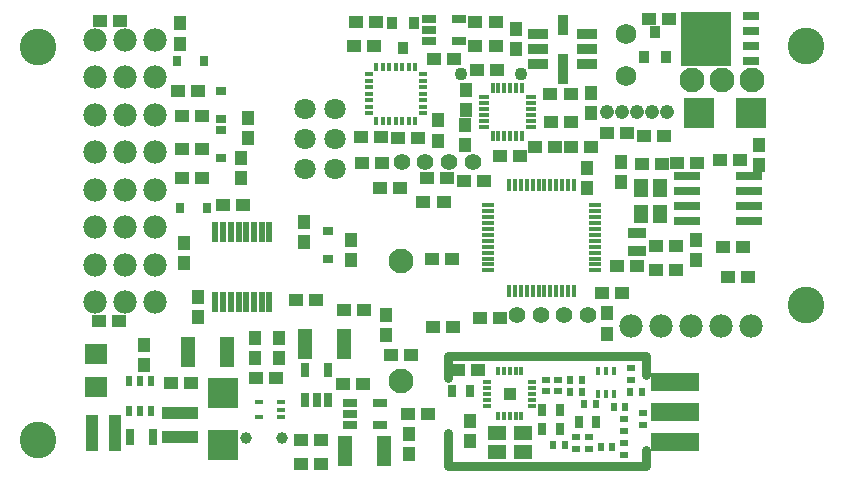
<source format=gts>
G75*
G70*
%OFA0B0*%
%FSLAX24Y24*%
%IPPOS*%
%LPD*%
%AMOC8*
5,1,8,0,0,1.08239X$1,22.5*
%
%ADD10C,0.0295*%
%ADD11R,0.0434X0.0473*%
%ADD12R,0.0473X0.0434*%
%ADD13R,0.0434X0.0434*%
%ADD14R,0.0158X0.0296*%
%ADD15R,0.0296X0.0158*%
%ADD16R,0.0276X0.0394*%
%ADD17R,0.0276X0.0237*%
%ADD18R,0.0237X0.0276*%
%ADD19R,0.1640X0.0640*%
%ADD20R,0.0434X0.1221*%
%ADD21R,0.1221X0.0434*%
%ADD22R,0.0241X0.0355*%
%ADD23R,0.0985X0.0985*%
%ADD24R,0.0434X0.0119*%
%ADD25R,0.0119X0.0434*%
%ADD26R,0.0512X0.0257*%
%ADD27R,0.0257X0.0512*%
%ADD28R,0.0512X0.1024*%
%ADD29R,0.0611X0.0355*%
%ADD30R,0.0367X0.0288*%
%ADD31R,0.0197X0.0670*%
%ADD32C,0.0780*%
%ADD33R,0.0288X0.0367*%
%ADD34R,0.0910X0.0280*%
%ADD35R,0.0158X0.0276*%
%ADD36R,0.0591X0.0512*%
%ADD37R,0.0749X0.0670*%
%ADD38R,0.0512X0.0591*%
%ADD39C,0.0709*%
%ADD40C,0.0555*%
%ADD41C,0.1221*%
%ADD42R,0.0355X0.0394*%
%ADD43R,0.0697X0.0355*%
%ADD44R,0.0355X0.1024*%
%ADD45R,0.0355X0.0697*%
%ADD46R,0.0355X0.0158*%
%ADD47R,0.0158X0.0355*%
%ADD48R,0.0316X0.0178*%
%ADD49R,0.0178X0.0316*%
%ADD50R,0.1694X0.1812*%
%ADD51R,0.0552X0.0316*%
%ADD52C,0.0690*%
%ADD53C,0.0827*%
%ADD54C,0.0476*%
%ADD55C,0.0430*%
%ADD56C,0.0394*%
%ADD57R,0.0316X0.0552*%
%ADD58R,0.0276X0.0158*%
D10*
X015076Y000715D02*
X015076Y001827D01*
X015076Y000715D02*
X021671Y000715D01*
X021671Y001237D01*
X021671Y003756D02*
X021671Y004376D01*
X015076Y004376D01*
X015076Y003658D01*
D11*
X015824Y002221D03*
X015824Y001552D03*
X013797Y001788D03*
X013797Y001119D03*
X013033Y005075D03*
X013033Y005745D03*
X011848Y007595D03*
X011848Y008264D03*
X010293Y008186D03*
X010293Y008855D03*
X008187Y010331D03*
X008187Y011000D03*
X008423Y011650D03*
X008423Y012319D03*
X006159Y014800D03*
X006159Y015469D03*
X006277Y008166D03*
X006277Y007497D03*
X006769Y006355D03*
X006769Y005686D03*
X004958Y004760D03*
X004958Y004091D03*
X008659Y004308D03*
X008659Y004977D03*
X009466Y004977D03*
X009466Y004308D03*
X014742Y011567D03*
X014742Y012237D03*
X015667Y012073D03*
X015687Y012585D03*
X015687Y013254D03*
X017360Y014603D03*
X017360Y015272D03*
X019860Y013146D03*
X019860Y012477D03*
X020864Y010843D03*
X020864Y010174D03*
X019722Y009997D03*
X019722Y010666D03*
X023352Y008260D03*
X023352Y007591D03*
X020391Y005804D03*
X020391Y005134D03*
X025470Y010764D03*
X025470Y011434D03*
X015667Y011404D03*
D12*
X016809Y011040D03*
X017478Y011040D03*
X017990Y011355D03*
X018659Y011355D03*
X019191Y011355D03*
X019860Y011355D03*
X020391Y011808D03*
X021061Y011808D03*
X021612Y011729D03*
X022281Y011729D03*
X022734Y010804D03*
X022222Y010784D03*
X021553Y010784D03*
X023403Y010804D03*
X024141Y010902D03*
X024811Y010902D03*
X024919Y008028D03*
X024250Y008028D03*
X024427Y007004D03*
X025096Y007004D03*
X022694Y007260D03*
X022025Y007260D03*
X021395Y007378D03*
X020726Y007378D03*
X020883Y006473D03*
X020214Y006473D03*
X022025Y008067D03*
X022694Y008067D03*
X019191Y012182D03*
X018521Y012182D03*
X018502Y013126D03*
X019171Y013126D03*
X016710Y013914D03*
X016041Y013914D03*
X016002Y014721D03*
X016671Y014721D03*
X016671Y015528D03*
X016002Y015528D03*
X015293Y014288D03*
X014624Y014288D03*
X012616Y014701D03*
X011946Y014701D03*
X012006Y015508D03*
X012675Y015508D03*
X012852Y011689D03*
X013407Y011650D03*
X014076Y011650D03*
X012891Y010804D03*
X012222Y010804D03*
X012183Y011689D03*
X012813Y009997D03*
X013482Y009997D03*
X014269Y009504D03*
X014939Y009504D03*
X015628Y010233D03*
X015057Y010311D03*
X014387Y010311D03*
X016297Y010233D03*
X015214Y007615D03*
X014545Y007615D03*
X016139Y005666D03*
X016809Y005666D03*
X015254Y005351D03*
X014584Y005351D03*
X013856Y004406D03*
X013187Y004406D03*
X012242Y003441D03*
X011572Y003441D03*
X010844Y001591D03*
X010175Y001591D03*
X010175Y000784D03*
X010844Y000784D03*
X013738Y002457D03*
X014407Y002457D03*
X015431Y003914D03*
X016100Y003914D03*
X012301Y005902D03*
X011631Y005902D03*
X010687Y006237D03*
X010017Y006237D03*
X009368Y003638D03*
X008698Y003638D03*
X006533Y003500D03*
X005864Y003500D03*
X004131Y005548D03*
X003462Y005548D03*
X007576Y009426D03*
X008246Y009426D03*
X006887Y010311D03*
X006218Y010311D03*
X006218Y011296D03*
X006887Y011296D03*
X006887Y012378D03*
X006218Y012378D03*
X006080Y013205D03*
X006750Y013205D03*
X004151Y015548D03*
X003482Y015548D03*
X021789Y015607D03*
X022458Y015607D03*
D13*
X017143Y003126D03*
D14*
X017143Y002378D03*
X016946Y002378D03*
X016750Y002378D03*
X017340Y002378D03*
X017537Y002378D03*
X017537Y003874D03*
X017340Y003874D03*
X017143Y003874D03*
X016946Y003874D03*
X016750Y003874D03*
D15*
X016395Y003520D03*
X016395Y003323D03*
X016395Y003126D03*
X016395Y002930D03*
X016395Y002733D03*
X017891Y002733D03*
X017891Y002930D03*
X017891Y003126D03*
X017891Y003323D03*
X017891Y003520D03*
D16*
X018226Y002575D03*
X018817Y002575D03*
X019446Y002182D03*
X020037Y002182D03*
X018817Y001965D03*
X018226Y001965D03*
X015805Y003205D03*
X015214Y003205D03*
D17*
X018344Y003205D03*
X018344Y003599D03*
X018757Y003599D03*
X018757Y003205D03*
X019368Y001689D03*
X019368Y001296D03*
X019781Y001296D03*
X019781Y001689D03*
X020962Y001886D03*
X020962Y002280D03*
X021572Y002083D03*
X021572Y002477D03*
X021179Y003579D03*
X021179Y003973D03*
X020962Y001473D03*
X020962Y001079D03*
D18*
X020569Y001335D03*
X020175Y001335D03*
X018974Y001434D03*
X018580Y001434D03*
X019624Y002772D03*
X020017Y002772D03*
X020608Y002693D03*
X021002Y002693D03*
X021159Y003186D03*
X021553Y003186D03*
X019545Y003186D03*
X019151Y003186D03*
X019151Y003599D03*
X019545Y003599D03*
D19*
X022650Y003501D03*
X022650Y002501D03*
X022650Y001501D03*
D20*
X003994Y001827D03*
X003206Y001827D03*
D21*
X006139Y001689D03*
X006139Y002477D03*
D22*
X005196Y002536D03*
X004822Y002536D03*
X004448Y002536D03*
X004448Y003560D03*
X004822Y003560D03*
X005196Y003560D03*
D23*
X007596Y003146D03*
X007596Y001414D03*
X023443Y012497D03*
X025175Y012497D03*
D24*
X019975Y009405D03*
X019975Y009208D03*
X019975Y009011D03*
X019975Y008814D03*
X019975Y008617D03*
X019975Y008420D03*
X019975Y008224D03*
X019975Y008027D03*
X019975Y007830D03*
X019975Y007633D03*
X019975Y007436D03*
X019975Y007239D03*
X016432Y007239D03*
X016432Y007436D03*
X016432Y007633D03*
X016432Y007830D03*
X016432Y008027D03*
X016432Y008224D03*
X016432Y008420D03*
X016432Y008617D03*
X016432Y008814D03*
X016432Y009011D03*
X016432Y009208D03*
X016432Y009405D03*
D25*
X017121Y010094D03*
X017318Y010094D03*
X017515Y010094D03*
X017712Y010094D03*
X017909Y010094D03*
X018105Y010094D03*
X018302Y010094D03*
X018499Y010094D03*
X018696Y010094D03*
X018893Y010094D03*
X019090Y010094D03*
X019286Y010094D03*
X019286Y006550D03*
X019090Y006550D03*
X018893Y006550D03*
X018696Y006550D03*
X018499Y006550D03*
X018302Y006550D03*
X018105Y006550D03*
X017909Y006550D03*
X017712Y006550D03*
X017515Y006550D03*
X017318Y006550D03*
X017121Y006550D03*
D26*
X012832Y002831D03*
X012832Y002083D03*
X011809Y002083D03*
X011809Y002457D03*
X011809Y002831D03*
X014446Y014878D03*
X014446Y015252D03*
X014446Y015626D03*
X015470Y015626D03*
X015470Y014878D03*
D27*
X011080Y003934D03*
X010332Y003934D03*
X010332Y002910D03*
X010706Y002910D03*
X011080Y002910D03*
D28*
X011651Y001217D03*
X012950Y001217D03*
X011612Y004780D03*
X010313Y004780D03*
X007734Y004524D03*
X006435Y004524D03*
D29*
X021376Y007871D03*
X021376Y008500D03*
D30*
X011100Y008540D03*
X011100Y007634D03*
X007537Y011000D03*
X007537Y011906D03*
X007537Y012300D03*
X007537Y013205D03*
D31*
X007592Y008514D03*
X007848Y008514D03*
X008104Y008514D03*
X008360Y008514D03*
X008616Y008514D03*
X008871Y008514D03*
X009127Y008514D03*
X007336Y008514D03*
X007336Y006191D03*
X007592Y006191D03*
X007848Y006191D03*
X008104Y006191D03*
X008360Y006191D03*
X008616Y006191D03*
X008871Y006191D03*
X009127Y006191D03*
D32*
X005318Y006180D03*
X004318Y006180D03*
X003318Y006180D03*
X003318Y007429D03*
X004318Y007429D03*
X005318Y007429D03*
X005318Y008677D03*
X004318Y008677D03*
X003318Y008677D03*
X003318Y009926D03*
X004318Y009926D03*
X005318Y009926D03*
X005318Y011174D03*
X004318Y011174D03*
X003318Y011174D03*
X003318Y012423D03*
X004318Y012423D03*
X005318Y012423D03*
X005318Y013671D03*
X004318Y013671D03*
X003318Y013671D03*
X003318Y014920D03*
X004318Y014920D03*
X005318Y014920D03*
X021171Y005390D03*
X022171Y005390D03*
X023171Y005390D03*
X024171Y005390D03*
X025171Y005390D03*
D33*
X007065Y009327D03*
X006159Y009327D03*
X006061Y014229D03*
X006966Y014229D03*
D34*
X023062Y010373D03*
X023062Y009873D03*
X023062Y009373D03*
X023062Y008873D03*
X025122Y008873D03*
X025122Y009373D03*
X025122Y009873D03*
X025122Y010373D03*
D35*
X020608Y003874D03*
X020352Y003874D03*
X020096Y003874D03*
X020096Y003126D03*
X020352Y003126D03*
X020608Y003126D03*
D36*
X017576Y001808D03*
X017576Y001178D03*
X016710Y001178D03*
X016710Y001808D03*
D37*
X003364Y003363D03*
X003364Y004465D03*
D38*
X021513Y009130D03*
X022143Y009130D03*
X022143Y009997D03*
X021513Y009997D03*
D39*
X011324Y010630D03*
X010324Y010630D03*
X010324Y011630D03*
X011324Y011630D03*
X011324Y012630D03*
X010324Y012630D03*
D40*
X013545Y010863D03*
X014332Y010863D03*
X015120Y010863D03*
X015907Y010863D03*
X017383Y005764D03*
X018171Y005764D03*
X018958Y005764D03*
X019746Y005764D03*
D41*
X001435Y001591D03*
X001435Y014682D03*
X027025Y014701D03*
X027025Y006079D03*
D42*
X022360Y014367D03*
X021612Y014367D03*
X021986Y015193D03*
X013954Y015489D03*
X013206Y015489D03*
X013580Y014662D03*
D43*
X018102Y014603D03*
X018102Y015103D03*
X018102Y014103D03*
X019728Y014103D03*
X019728Y014603D03*
X019728Y015103D03*
D44*
X018915Y013953D03*
D45*
X018915Y015416D03*
D46*
X017852Y013008D03*
X017852Y012811D03*
X017852Y012615D03*
X017852Y012418D03*
X017852Y012221D03*
X017852Y012024D03*
X016277Y012024D03*
X016277Y012221D03*
X016277Y012418D03*
X016277Y012615D03*
X016277Y012811D03*
X016277Y013008D03*
D47*
X016572Y013304D03*
X016769Y013304D03*
X016966Y013304D03*
X017163Y013304D03*
X017360Y013304D03*
X017557Y013304D03*
X017557Y011729D03*
X017360Y011729D03*
X017163Y011729D03*
X016966Y011729D03*
X016769Y011729D03*
X016572Y011729D03*
D48*
X014250Y012477D03*
X014250Y012693D03*
X014250Y012910D03*
X014250Y013126D03*
X014250Y013343D03*
X014250Y013560D03*
X014250Y013776D03*
X012439Y013776D03*
X012439Y013560D03*
X012439Y013343D03*
X012439Y013126D03*
X012439Y012910D03*
X012439Y012693D03*
X012439Y012477D03*
D49*
X012694Y012221D03*
X012911Y012221D03*
X013128Y012221D03*
X013344Y012221D03*
X013561Y012221D03*
X013777Y012221D03*
X013994Y012221D03*
X013994Y014032D03*
X013777Y014032D03*
X013561Y014032D03*
X013344Y014032D03*
X013128Y014032D03*
X012911Y014032D03*
X012694Y014032D03*
D50*
X023694Y014957D03*
D51*
X025194Y014707D03*
X025194Y014207D03*
X025194Y015207D03*
X025194Y015707D03*
D52*
X021021Y015103D03*
X021021Y013709D03*
D53*
X023230Y013579D03*
X024230Y013579D03*
X025230Y013579D03*
X013521Y007544D03*
X013521Y003544D03*
D54*
X020381Y012516D03*
X020881Y012516D03*
X021381Y012516D03*
X021881Y012516D03*
X022381Y012516D03*
D55*
X017517Y013796D03*
X015509Y013796D03*
D56*
X009545Y001650D03*
X008364Y001650D03*
D57*
X005244Y001670D03*
X004476Y001670D03*
D58*
X008777Y002339D03*
X008777Y002851D03*
X009525Y002851D03*
X009525Y002595D03*
X009525Y002339D03*
M02*

</source>
